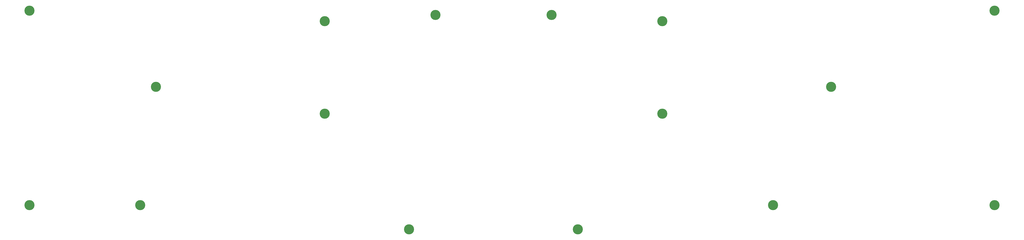
<source format=gts>
G04 #@! TF.GenerationSoftware,KiCad,Pcbnew,(5.1.4)-1*
G04 #@! TF.CreationDate,2020-05-31T00:45:41+02:00*
G04 #@! TF.ProjectId,base,62617365-2e6b-4696-9361-645f70636258,rev?*
G04 #@! TF.SameCoordinates,Original*
G04 #@! TF.FileFunction,Soldermask,Top*
G04 #@! TF.FilePolarity,Negative*
%FSLAX46Y46*%
G04 Gerber Fmt 4.6, Leading zero omitted, Abs format (unit mm)*
G04 Created by KiCad (PCBNEW (5.1.4)-1) date 2020-05-31 00:45:41*
%MOMM*%
%LPD*%
G04 APERTURE LIST*
%ADD10C,4.800000*%
%ADD11C,1.100000*%
G04 APERTURE END LIST*
D10*
X368899600Y-48878400D03*
D11*
X370549600Y-48878400D03*
X370066326Y-50045126D03*
X368899600Y-50528400D03*
X367732874Y-50045126D03*
X367249600Y-48878400D03*
X367732874Y-47711674D03*
X368899600Y-47228400D03*
X370066326Y-47711674D03*
D10*
X208899600Y-48878400D03*
D11*
X210549600Y-48878400D03*
X210066326Y-50045126D03*
X208899600Y-50528400D03*
X207732874Y-50045126D03*
X207249600Y-48878400D03*
X207732874Y-47711674D03*
X208899600Y-47228400D03*
X210066326Y-47711674D03*
X422566326Y-135211674D03*
X421399600Y-134728400D03*
X420232874Y-135211674D03*
X419749600Y-136378400D03*
X420232874Y-137545126D03*
X421399600Y-138028400D03*
X422566326Y-137545126D03*
X423049600Y-136378400D03*
D10*
X421399600Y-136378400D03*
D11*
X122566326Y-135211674D03*
X121399600Y-134728400D03*
X120232874Y-135211674D03*
X119749600Y-136378400D03*
X120232874Y-137545126D03*
X121399600Y-138028400D03*
X122566326Y-137545126D03*
X123049600Y-136378400D03*
D10*
X121399600Y-136378400D03*
D11*
X450084726Y-78944674D03*
X448918000Y-78461400D03*
X447751274Y-78944674D03*
X447268000Y-80111400D03*
X447751274Y-81278126D03*
X448918000Y-81761400D03*
X450084726Y-81278126D03*
X450568000Y-80111400D03*
D10*
X448918000Y-80111400D03*
D11*
X129984726Y-78944674D03*
X128818000Y-78461400D03*
X127651274Y-78944674D03*
X127168000Y-80111400D03*
X127651274Y-81278126D03*
X128818000Y-81761400D03*
X129984726Y-81278126D03*
X130468000Y-80111400D03*
D10*
X128818000Y-80111400D03*
D11*
X370015526Y-91711674D03*
X368848800Y-91228400D03*
X367682074Y-91711674D03*
X367198800Y-92878400D03*
X367682074Y-94045126D03*
X368848800Y-94528400D03*
X370015526Y-94045126D03*
X370498800Y-92878400D03*
D10*
X368848800Y-92878400D03*
D11*
X210015526Y-91711674D03*
X208848800Y-91228400D03*
X207682074Y-91711674D03*
X207198800Y-92878400D03*
X207682074Y-94045126D03*
X208848800Y-94528400D03*
X210015526Y-94045126D03*
X210498800Y-92878400D03*
D10*
X208848800Y-92878400D03*
D11*
X317566326Y-44711674D03*
X316399600Y-44228400D03*
X315232874Y-44711674D03*
X314749600Y-45878400D03*
X315232874Y-47045126D03*
X316399600Y-47528400D03*
X317566326Y-47045126D03*
X318049600Y-45878400D03*
D10*
X316399600Y-45878400D03*
D11*
X262566326Y-44711674D03*
X261399600Y-44228400D03*
X260232874Y-44711674D03*
X259749600Y-45878400D03*
X260232874Y-47045126D03*
X261399600Y-47528400D03*
X262566326Y-47045126D03*
X263049600Y-45878400D03*
D10*
X261399600Y-45878400D03*
D11*
X250015526Y-146711674D03*
X248848800Y-146228400D03*
X247682074Y-146711674D03*
X247198800Y-147878400D03*
X247682074Y-149045126D03*
X248848800Y-149528400D03*
X250015526Y-149045126D03*
X250498800Y-147878400D03*
D10*
X248848800Y-147878400D03*
D11*
X330015526Y-146711674D03*
X328848800Y-146228400D03*
X327682074Y-146711674D03*
X327198800Y-147878400D03*
X327682074Y-149045126D03*
X328848800Y-149528400D03*
X330015526Y-149045126D03*
X330498800Y-147878400D03*
D10*
X328848800Y-147878400D03*
D11*
X527566326Y-135211674D03*
X526399600Y-134728400D03*
X525232874Y-135211674D03*
X524749600Y-136378400D03*
X525232874Y-137545126D03*
X526399600Y-138028400D03*
X527566326Y-137545126D03*
X528049600Y-136378400D03*
D10*
X526399600Y-136378400D03*
D11*
X527566326Y-42711674D03*
X526399600Y-42228400D03*
X525232874Y-42711674D03*
X524749600Y-43878400D03*
X525232874Y-45045126D03*
X526399600Y-45528400D03*
X527566326Y-45045126D03*
X528049600Y-43878400D03*
D10*
X526399600Y-43878400D03*
D11*
X70066326Y-135211674D03*
X68899600Y-134728400D03*
X67732874Y-135211674D03*
X67249600Y-136378400D03*
X67732874Y-137545126D03*
X68899600Y-138028400D03*
X70066326Y-137545126D03*
X70549600Y-136378400D03*
D10*
X68899600Y-136378400D03*
D11*
X70066326Y-42711674D03*
X68899600Y-42228400D03*
X67732874Y-42711674D03*
X67249600Y-43878400D03*
X67732874Y-45045126D03*
X68899600Y-45528400D03*
X70066326Y-45045126D03*
X70549600Y-43878400D03*
D10*
X68899600Y-43878400D03*
M02*

</source>
